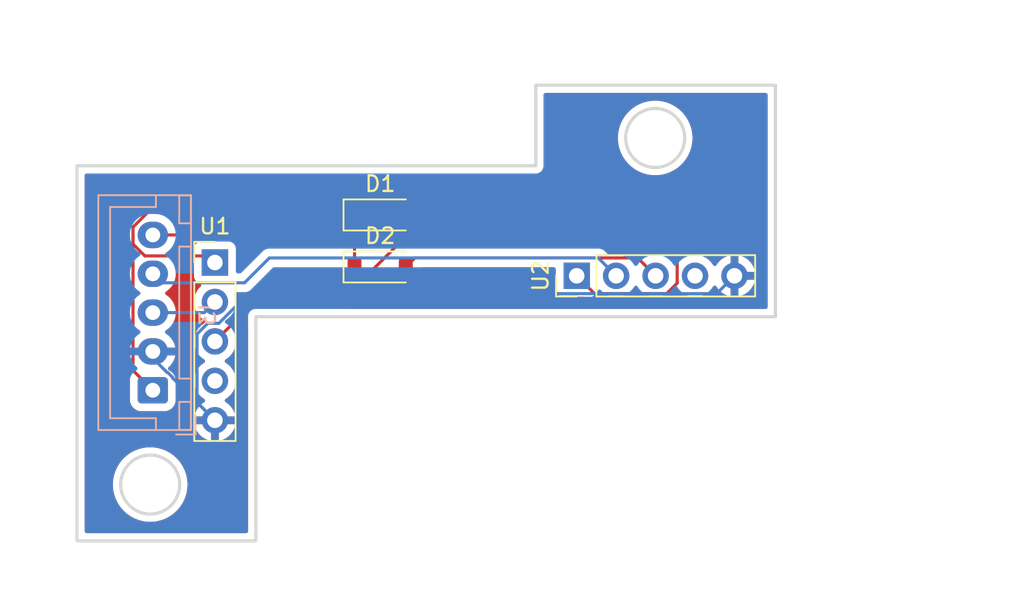
<source format=kicad_pcb>
(kicad_pcb (version 20240108) (generator "pcbnew") (generator_version "8.0")
  (layers (0 "F.Cu" signal) (31 "B.Cu" signal) (34 "B.Paste" user) (35 "F.Paste" user) (36 "B.SilkS" user "B.Silkscreen") (37 "F.SilkS" user "F.Silkscreen") (38 "B.Mask" user) (39 "F.Mask" user) (44 "Edge.Cuts" user))
  (net 0 "")
  (net 1 "Net-(D1-A)")
  (net 2 "ECHO")
  (net 3 "Net-(D2-A)")
  (net 4 "TRIG4")
  (net 5 "5V")
  (net 6 "TRIG3")
  (net 7 "GND")
  (footprint "Connector_PinHeader_2.54mm:PinHeader_1x05_P2.54mm_Vertical" (layer "F.Cu") (at 135.145493 66.73 90)
    (property "Reference" "U2" (at 0 -2.33 270) (layer "F.SilkS"))
    (property "Value" "~")
    (fp_line (start -1.33 -1.33) (end 0 -1.33) (stroke (width 0.12)) (layer "F.SilkS"))
    (fp_line (start -1.33 0) (end -1.33 -1.33) (stroke (width 0.12)) (layer "F.SilkS"))
    (fp_line (start 1.33 1.27) (end 1.33 11.49) (stroke (width 0.12)) (layer "F.SilkS"))
    (fp_line (start -1.33 1.27) (end 1.33 1.27) (stroke (width 0.12)) (layer "F.SilkS"))
    (fp_line (start -1.33 1.27) (end -1.33 11.49) (stroke (width 0.12)) (layer "F.SilkS"))
    (fp_line (start -1.33 11.49) (end 1.33 11.49) (stroke (width 0.12)) (layer "F.SilkS"))
    (pad "1" thru_hole rect (at 0 0 90) (size 1.7 1.7) (drill 1) (layers "*.Cu" "*.Mask") (net 5 "5V"))
    (pad "2" thru_hole oval (at 0 2.54 90) (size 1.7 1.7) (drill 1) (layers "*.Cu" "*.Mask") (net 4 "TRIG4"))
    (pad "3" thru_hole oval (at 0 5.08 90) (size 1.7 1.7) (drill 1) (layers "*.Cu" "*.Mask") (net 3 "Net-(D2-A)"))
    (pad "4" thru_hole oval (at 0 7.62 90) (size 1.7 1.7) (drill 1) (layers "*.Cu" "*.Mask"))
    (pad "5" thru_hole oval (at 0 10.16 90) (size 1.7 1.7) (drill 1) (layers "*.Cu" "*.Mask") (net 7 "GND"))
  )
  (footprint "Diode_SMD:D_SOD-123" (layer "F.Cu") (at 122.49 66.16)
    (property "Reference" "D2" (at 0 -2 0) (layer "F.SilkS"))
    (property "Value" "1N4148WT")
    (fp_line (start -2.36 -1) (end -2.36 1) (stroke (width 0.12)) (layer "F.SilkS"))
    (fp_line (start -2.36 -1) (end 1.65 -1) (stroke (width 0.12)) (layer "F.SilkS"))
    (fp_line (start -2.36 1) (end 1.65 1) (stroke (width 0.12)) (layer "F.SilkS"))
    (pad "1" smd roundrect (at -1.65 0) (size 0.9 1.2) (layers "F.Cu" "F.Paste" "F.Mask") (net 2 "ECHO"))
    (pad "2" smd roundrect (at 1.65 0) (size 0.9 1.2) (layers "F.Cu" "F.Paste" "F.Mask") (net 3 "Net-(D2-A)"))
  )
  (footprint "Connector_PinHeader_2.54mm:PinHeader_1x05_P2.54mm_Vertical" (layer "F.Cu") (at 111.849131 65.87432)
    (property "Reference" "U1" (at 0 -2.33 0) (layer "F.SilkS"))
    (property "Value" "~")
    (fp_line (start -1.33 -1.33) (end 0 -1.33) (stroke (width 0.12)) (layer "F.SilkS"))
    (fp_line (start -1.33 0) (end -1.33 -1.33) (stroke (width 0.12)) (layer "F.SilkS"))
    (fp_line (start -1.33 1.27) (end -1.33 11.49) (stroke (width 0.12)) (layer "F.SilkS"))
    (fp_line (start -1.33 1.27) (end 1.33 1.27) (stroke (width 0.12)) (layer "F.SilkS"))
    (fp_line (start -1.33 11.49) (end 1.33 11.49) (stroke (width 0.12)) (layer "F.SilkS"))
    (fp_line (start 1.33 1.27) (end 1.33 11.49) (stroke (width 0.12)) (layer "F.SilkS"))
    (pad "1" thru_hole rect (at 0 0) (size 1.7 1.7) (drill 1) (layers "*.Cu" "*.Mask") (net 5 "5V"))
    (pad "2" thru_hole oval (at 0 2.54) (size 1.7 1.7) (drill 1) (layers "*.Cu" "*.Mask") (net 6 "TRIG3"))
    (pad "3" thru_hole oval (at 0 5.08) (size 1.7 1.7) (drill 1) (layers "*.Cu" "*.Mask") (net 1 "Net-(D1-A)"))
    (pad "4" thru_hole oval (at 0 7.62) (size 1.7 1.7) (drill 1) (layers "*.Cu" "*.Mask"))
    (pad "5" thru_hole oval (at 0 10.16) (size 1.7 1.7) (drill 1) (layers "*.Cu" "*.Mask") (net 7 "GND"))
  )
  (footprint "Diode_SMD:D_SOD-123" (layer "F.Cu") (at 122.49 62.81)
    (property "Reference" "D1" (at 0 -2 0) (layer "F.SilkS"))
    (property "Value" "1N4148WT")
    (fp_line (start -2.36 -1) (end -2.36 1) (stroke (width 0.12)) (layer "F.SilkS"))
    (fp_line (start -2.36 -1) (end 1.65 -1) (stroke (width 0.12)) (layer "F.SilkS"))
    (fp_line (start -2.36 1) (end 1.65 1) (stroke (width 0.12)) (layer "F.SilkS"))
    (pad "1" smd roundrect (at -1.65 0) (size 0.9 1.2) (layers "F.Cu" "F.Paste" "F.Mask") (net 2 "ECHO"))
    (pad "2" smd roundrect (at 1.65 0) (size 0.9 1.2) (layers "F.Cu" "F.Paste" "F.Mask") (net 1 "Net-(D1-A)"))
  )
  (footprint "Connector_JST:JST_XH_B5B-XH-A_1x05_P2.50mm_Vertical" (layer "B.Cu") (at 107.85 74.1 90)
    (property "Reference" "J3" (at 5 3.55 270) (layer "B.SilkS") (effects (justify mirror)))
    (property "Value" "Conn_01x05")
    (fp_line (start 12.56 -3.51) (end -2.56 -3.51) (stroke (width 0.12)) (layer "B.SilkS"))
    (fp_line (start -2.56 -3.51) (end -2.56 2.46) (stroke (width 0.12)) (layer "B.SilkS"))
    (fp_line (start 11.8 -2.75) (end 11.8 0.2) (stroke (width 0.12)) (layer "B.SilkS"))
    (fp_line (start 5 -2.75) (end 11.8 -2.75) (stroke (width 0.12)) (layer "B.SilkS"))
    (fp_line (start 5 -2.75) (end -1.8 -2.75) (stroke (width 0.12)) (layer "B.SilkS"))
    (fp_line (start -1.8 -2.75) (end -1.8 0.2) (stroke (width 0.12)) (layer "B.SilkS"))
    (fp_line (start 11.8 0.2) (end 12.55 0.2) (stroke (width 0.12)) (layer "B.SilkS"))
    (fp_line (start -1.8 0.2) (end -2.55 0.2) (stroke (width 0.12)) (layer "B.SilkS"))
    (fp_line (start -2.85 1.5) (end -2.85 2.75) (stroke (width 0.12)) (layer "B.SilkS"))
    (fp_line (start 12.55 1.7) (end 10.75 1.7) (stroke (width 0.12)) (layer "B.SilkS"))
    (fp_line (start 10.75 1.7) (end 10.75 2.45) (stroke (width 0.12)) (layer "B.SilkS"))
    (fp_line (start 9.25 1.7) (end 0.75 1.7) (stroke (width 0.12)) (layer "B.SilkS"))
    (fp_line (start 0.75 1.7) (end 0.75 2.45) (stroke (width 0.12)) (layer "B.SilkS"))
    (fp_line (start -0.75 1.7) (end -2.55 1.7) (stroke (width 0.12)) (layer "B.SilkS"))
    (fp_line (start -2.55 1.7) (end -2.55 2.45) (stroke (width 0.12)) (layer "B.SilkS"))
    (fp_line (start 12.55 2.45) (end 12.55 1.7) (stroke (width 0.12)) (layer "B.SilkS"))
    (fp_line (start 10.75 2.45) (end 12.55 2.45) (stroke (width 0.12)) (layer "B.SilkS"))
    (fp_line (start 9.25 2.45) (end 9.25 1.7) (stroke (width 0.12)) (layer "B.SilkS"))
    (fp_line (start 0.75 2.45) (end 9.25 2.45) (stroke (width 0.12)) (layer "B.SilkS"))
    (fp_line (start -0.75 2.45) (end -0.75 1.7) (stroke (width 0.12)) (layer "B.SilkS"))
    (fp_line (start -2.55 2.45) (end -0.75 2.45) (stroke (width 0.12)) (layer "B.SilkS"))
    (fp_line (start 12.56 2.46) (end 12.56 -3.51) (stroke (width 0.12)) (layer "B.SilkS"))
    (fp_line (start -2.56 2.46) (end 12.56 2.46) (stroke (width 0.12)) (layer "B.SilkS"))
    (fp_line (start -2.85 2.75) (end -1.6 2.75) (stroke (width 0.12)) (layer "B.SilkS"))
    (pad "1" thru_hole roundrect (at 0 0 90) (size 1.7 1.95) (drill 0.95) (layers "*.Cu" "*.Mask") (roundrect_rratio 0.147059) (net 5 "5V"))
    (pad "2" thru_hole oval (at 2.5 0 90) (size 1.7 1.95) (drill 0.95) (layers "*.Cu" "*.Mask") (net 7 "GND"))
    (pad "3" thru_hole oval (at 5 0 90) (size 1.7 1.95) (drill 0.95) (layers "*.Cu" "*.Mask") (net 6 "TRIG3"))
    (pad "4" thru_hole oval (at 7.5 0 90) (size 1.7 1.95) (drill 0.95) (layers "*.Cu" "*.Mask") (net 4 "TRIG4"))
    (pad "5" thru_hole oval (at 10 0 90) (size 1.7 1.95) (drill 0.95) (layers "*.Cu" "*.Mask") (net 2 "ECHO"))
  )
  (gr_line (start 147.940493 54.45432) (end 132.510493 54.45432) (stroke (width 0.2)) (layer "Edge.Cuts"))
  (gr_line (start 114.484131 69.365) (end 147.940493 69.365) (stroke (width 0.2)) (layer "Edge.Cuts"))
  (gr_line (start 114.484131 83.8) (end 114.484131 69.365) (stroke (width 0.2)) (layer "Edge.Cuts"))
  (gr_line (start 102.964131 59.643568) (end 102.964131 83.8) (stroke (width 0.2)) (layer "Edge.Cuts"))
  (gr_line (start 102.964131 83.8) (end 114.484131 83.8) (stroke (width 0.2)) (layer "Edge.Cuts"))
  (gr_circle (center 107.681153 80.171784) (end 109.581153 80.171784) (stroke (width 0.2)) (fill none) (layer "Edge.Cuts"))
  (gr_line (start 147.940493 69.365) (end 147.940493 54.45432) (stroke (width 0.2)) (layer "Edge.Cuts"))
  (gr_line (start 132.510493 54.45432) (end 132.510493 59.643568) (stroke (width 0.2)) (layer "Edge.Cuts"))
  (gr_line (start 132.510493 59.643568) (end 102.964131 59.643568) (stroke (width 0.2)) (layer "Edge.Cuts"))
  (gr_circle (center 140.199258 57.85432) (end 142.099258 57.85432) (stroke (width 0.2)) (fill none) (layer "Edge.Cuts"))
  (segment (start 119.818696 68.53) (end 114.273451 68.53) (width 0.2) (layer "F.Cu") (net 1))
  (segment (start 124.14 64.208696) (end 119.818696 68.53) (width 0.2) (layer "F.Cu") (net 1))
  (segment (start 114.273451 68.53) (end 111.849131 70.95432) (width 0.2) (layer "F.Cu") (net 1))
  (segment (start 124.14 62.81) (end 124.14 64.208696) (width 0.2) (layer "F.Cu") (net 1))
  (segment (start 107.85 64.1) (end 119.55 64.1) (width 0.2) (layer "F.Cu") (net 2))
  (segment (start 119.55 64.1) (end 120.84 62.81) (width 0.2) (layer "F.Cu") (net 2))
  (segment (start 120.84 66.16) (end 120.84 62.81) (width 0.2) (layer "F.Cu") (net 2))
  (segment (start 124.14 66.16) (end 124.72 65.58) (width 0.2) (layer "F.Cu") (net 3))
  (segment (start 139.075493 65.58) (end 140.225493 66.73) (width 0.2) (layer "F.Cu") (net 3))
  (segment (start 124.72 65.58) (end 139.075493 65.58) (width 0.2) (layer "F.Cu") (net 3))
  (segment (start 108.43 67.18) (end 107.85 66.6) (width 0.2) (layer "B.Cu") (net 4))
  (segment (start 113.757105 67.18) (end 108.43 67.18) (width 0.2) (layer "B.Cu") (net 4))
  (segment (start 136.535493 65.58) (end 115.357105 65.58) (width 0.2) (layer "B.Cu") (net 4))
  (segment (start 137.685493 66.73) (end 136.535493 65.58) (width 0.2) (layer "B.Cu") (net 4))
  (segment (start 115.357105 65.58) (end 113.757105 67.18) (width 0.2) (layer "B.Cu") (net 4))
  (segment (start 106.575 64.16) (end 106.575 72.825) (width 0.2) (layer "F.Cu") (net 5))
  (segment (start 106.575 64.685) (end 107.34 65.45) (width 0.2) (layer "F.Cu") (net 5))
  (segment (start 135.145493 66.73) (end 136.295493 67.88) (width 0.2) (layer "F.Cu") (net 5))
  (segment (start 107.34 65.45) (end 111.424811 65.45) (width 0.2) (layer "F.Cu") (net 5))
  (segment (start 108.54 61.63) (end 106.575 63.595) (width 0.2) (layer "F.Cu") (net 5))
  (segment (start 140.941839 67.88) (end 141.615493 67.206346) (width 0.2) (layer "F.Cu") (net 5))
  (segment (start 141.615493 67.206346) (end 141.615493 64.495493) (width 0.2) (layer "F.Cu") (net 5))
  (segment (start 111.424811 65.45) (end 111.849131 65.87432) (width 0.2) (layer "F.Cu") (net 5))
  (segment (start 138.75 61.63) (end 108.54 61.63) (width 0.2) (layer "F.Cu") (net 5))
  (segment (start 136.295493 67.88) (end 140.941839 67.88) (width 0.2) (layer "F.Cu") (net 5))
  (segment (start 106.575 63.595) (end 106.575 64.16) (width 0.2) (layer "F.Cu") (net 5))
  (segment (start 106.575 72.825) (end 107.85 74.1) (width 0.2) (layer "F.Cu") (net 5))
  (segment (start 141.615493 64.495493) (end 138.75 61.63) (width 0.2) (layer "F.Cu") (net 5))
  (segment (start 106.575 64.16) (end 106.575 64.685) (width 0.2) (layer "F.Cu") (net 5))
  (segment (start 111.163451 69.1) (end 111.849131 68.41432) (width 0.2) (layer "B.Cu") (net 6))
  (segment (start 107.85 69.1) (end 111.163451 69.1) (width 0.2) (layer "B.Cu") (net 6))
  (segment (start 145.305493 66.73) (end 144.155493 67.88) (width 0.2) (layer "B.Cu") (net 7))
  (segment (start 107.85 71.6) (end 107.85 72.035189) (width 0.2) (layer "B.Cu") (net 7))
  (segment (start 111.387105 69.79) (end 110.699131 70.477974) (width 0.2) (layer "B.Cu") (net 7))
  (segment (start 108.764811 72.95) (end 108.809744 72.95) (width 0.2) (layer "B.Cu") (net 7))
  (segment (start 114.009797 67.88) (end 112.099797 69.79) (width 0.2) (layer "B.Cu") (net 7))
  (segment (start 109.125 73.310189) (end 111.849131 76.03432) (width 0.2) (layer "B.Cu") (net 7))
  (segment (start 110.699131 70.477974) (end 110.699131 74.88432) (width 0.2) (layer "B.Cu") (net 7))
  (segment (start 109.125 73.265256) (end 109.125 73.310189) (width 0.2) (layer "B.Cu") (net 7))
  (segment (start 112.099797 69.79) (end 111.387105 69.79) (width 0.2) (layer "B.Cu") (net 7))
  (segment (start 110.699131 74.88432) (end 111.849131 76.03432) (width 0.2) (layer "B.Cu") (net 7))
  (segment (start 107.85 72.035189) (end 108.764811 72.95) (width 0.2) (layer "B.Cu") (net 7))
  (segment (start 144.155493 67.88) (end 114.009797 67.88) (width 0.2) (layer "B.Cu") (net 7))
  (segment (start 108.809744 72.95) (end 109.125 73.265256) (width 0.2) (layer "B.Cu") (net 7))
  (zone (net 7) (net_name "GND") (layers "F&B.Cu") (connect_pads (clearance 0.5)) (min_thickness 0.25) (fill yes (thermal_gap 0.5) (thermal_bridge_width 0.5))
    (polygon (pts (xy 99.17 53.48) (xy 98.01 87.55) (xy 163.97 86.97) (xy 156.93 48.97)))
  )
)
</source>
